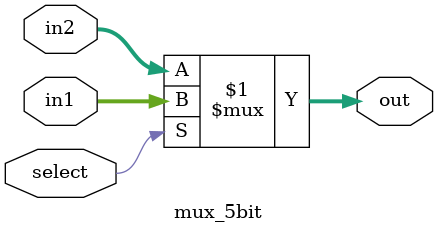
<source format=v>
module mux_5bit(in1,in2,select,out);
  input [4:0]in1,in2;
  input select;
  output [4:0]out;
  assign out = select? in1: in2;
endmodule
</source>
